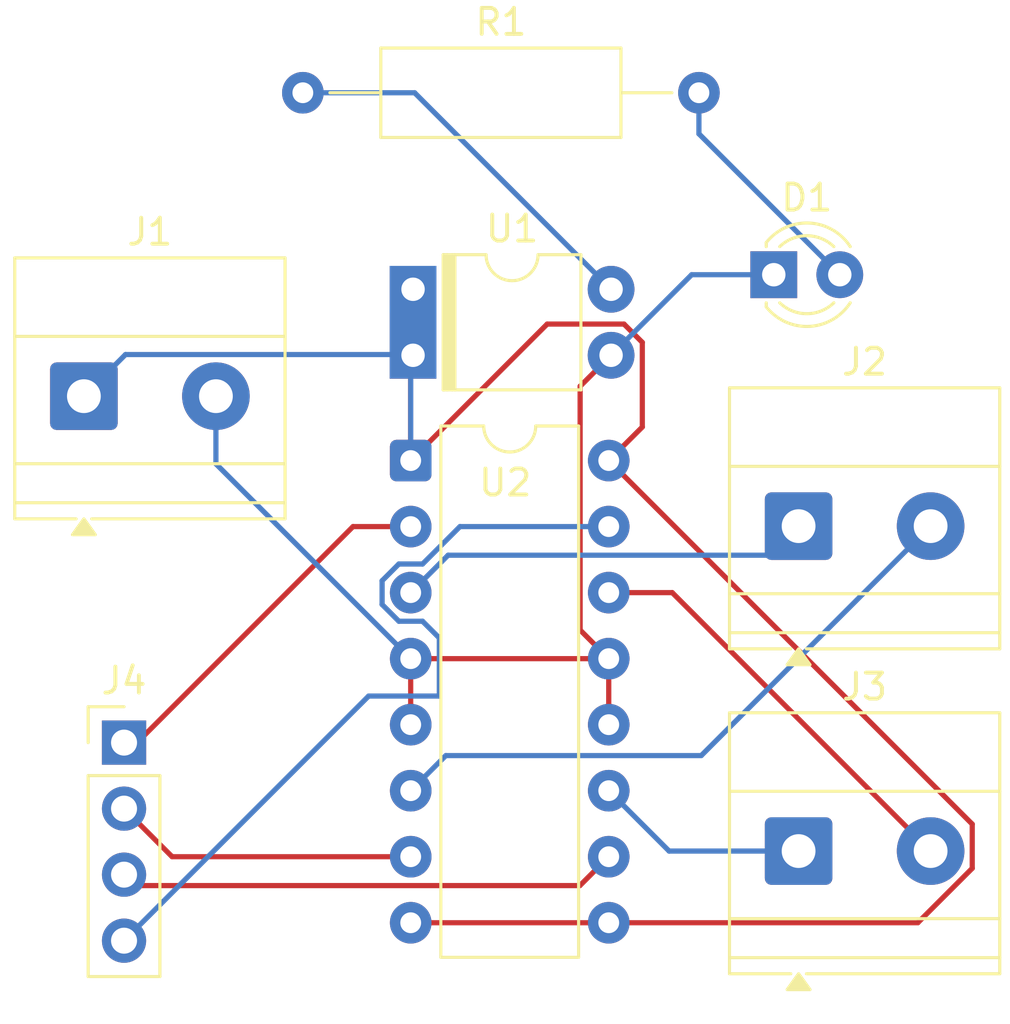
<source format=kicad_pcb>
(kicad_pcb (version 20241229) (generator "pcbnew") (generator_version "9.0")
  (layers (0 "F.Cu" signal) (2 "B.Cu" signal) (13 "F.Paste" user) (15 "B.Paste" user) (5 "F.SilkS" user "F.Silkscreen") (7 "B.SilkS" user "B.Silkscreen") (1 "F.Mask" user) (3 "B.Mask" user) (25 "Edge.Cuts" user))
  (net 0 "")
  (net 1 "GND")
  (net 2 "Net-(D1-A)")
  (net 3 "Net-(J1-Pin_1)")
  (net 4 "Net-(J2-Pin_2)")
  (net 5 "Net-(J2-Pin_1)")
  (net 6 "Net-(J3-Pin_2)")
  (net 7 "Net-(J3-Pin_1)")
  (net 8 "Net-(J4-Pin_2)")
  (net 9 "Net-(J4-Pin_3)")
  (net 10 "Net-(J4-Pin_4)")
  (net 11 "Net-(J4-Pin_1)")
  (net 12 "Net-(U1-OUT)")
  (footprint "TerminalBlock_Phoenix:TerminalBlock_Phoenix_MKDS-1,5-2-5.08_1x02_P5.08mm_Horizontal" (layer "F.Cu") (at 116.955 112.6725)
    (property "Reference" "J3" (at 2.54 -6.32 0) (layer "F.SilkS"))
    (property "Value" "motor B")
    (fp_line (start -2.66 -5.32) (end -2.66 4.72) (stroke (width 0.12)) (layer "F.SilkS"))
    (fp_line (start -2.66 -5.32) (end 7.74 -5.32) (stroke (width 0.12)) (layer "F.SilkS"))
    (fp_line (start -2.66 -2.3) (end 7.74 -2.3) (stroke (width 0.12)) (layer "F.SilkS"))
    (fp_line (start -2.66 2.6) (end 7.74 2.6) (stroke (width 0.12)) (layer "F.SilkS"))
    (fp_line (start -2.66 4.1) (end 7.74 4.1) (stroke (width 0.12)) (layer "F.SilkS"))
    (fp_line (start -2.66 4.72) (end -0.3 4.72) (stroke (width 0.12)) (layer "F.SilkS"))
    (fp_line (start 0.3 4.72) (end 7.74 4.72) (stroke (width 0.12)) (layer "F.SilkS"))
    (fp_line (start 7.74 -5.32) (end 7.74 4.72) (stroke (width 0.12)) (layer "F.SilkS"))
    (fp_poly (pts (xy 0 4.72) (xy 0.44 5.33) (xy -0.44 5.33)) (stroke (width 0.12)) (fill yes) (layer "F.SilkS"))
    (pad "1" thru_hole roundrect (at 0 0) (size 2.6 2.6) (drill 1.3) (layers "*.Cu" "*.Mask") (roundrect_rratio 0.096154) (net 7 "Net-(J3-Pin_1)"))
    (pad "2" thru_hole circle (at 5.08 0) (size 2.6 2.6) (drill 1.3) (layers "*.Cu" "*.Mask") (net 6 "Net-(J3-Pin_2)"))
  )
  (footprint "TerminalBlock_Phoenix:TerminalBlock_Phoenix_MKDS-1,5-2-5.08_1x02_P5.08mm_Horizontal" (layer "F.Cu") (at 89.455 95.1725)
    (property "Reference" "J1" (at 2.54 -6.32 0) (layer "F.SilkS"))
    (property "Value" "power terminal")
    (fp_line (start -2.66 -5.32) (end -2.66 4.72) (stroke (width 0.12)) (layer "F.SilkS"))
    (fp_line (start -2.66 -5.32) (end 7.74 -5.32) (stroke (width 0.12)) (layer "F.SilkS"))
    (fp_line (start -2.66 -2.3) (end 7.74 -2.3) (stroke (width 0.12)) (layer "F.SilkS"))
    (fp_line (start -2.66 2.6) (end 7.74 2.6) (stroke (width 0.12)) (layer "F.SilkS"))
    (fp_line (start -2.66 4.1) (end 7.74 4.1) (stroke (width 0.12)) (layer "F.SilkS"))
    (fp_line (start -2.66 4.72) (end -0.3 4.72) (stroke (width 0.12)) (layer "F.SilkS"))
    (fp_line (start 0.3 4.72) (end 7.74 4.72) (stroke (width 0.12)) (layer "F.SilkS"))
    (fp_line (start 7.74 -5.32) (end 7.74 4.72) (stroke (width 0.12)) (layer "F.SilkS"))
    (fp_poly (pts (xy 0 4.72) (xy 0.44 5.33) (xy -0.44 5.33)) (stroke (width 0.12)) (fill yes) (layer "F.SilkS"))
    (pad "1" thru_hole roundrect (at 0 0) (size 2.6 2.6) (drill 1.3) (layers "*.Cu" "*.Mask") (roundrect_rratio 0.096154) (net 3 "Net-(J1-Pin_1)"))
    (pad "2" thru_hole circle (at 5.08 0) (size 2.6 2.6) (drill 1.3) (layers "*.Cu" "*.Mask") (net 1 "GND"))
  )
  (footprint "Package_DIP:Vishay_HVM-DIP-3_W7.62mm" (layer "F.Cu") (at 102.12 91.06)
    (property "Reference" "U1" (at 3.81 -2.33 0) (layer "F.SilkS"))
    (property "Value" "L7805")
    (fp_line (start 1.16 -1.33) (end 1.16 3.87) (stroke (width 0.12)) (layer "F.SilkS"))
    (fp_line (start 1.16 3.87) (end 6.46 3.87) (stroke (width 0.12)) (layer "F.SilkS"))
    (fp_line (start 1.21 3.87) (end 1.21 -1.33) (stroke (width 0.12)) (layer "F.SilkS"))
    (fp_line (start 1.31 -1.33) (end 1.31 3.87) (stroke (width 0.12)) (layer "F.SilkS"))
    (fp_line (start 1.4 -1.3) (end 1.4 3.8) (stroke (width 0.12)) (layer "F.SilkS"))
    (fp_line (start 1.51 -1.33) (end 1.51 3.87) (stroke (width 0.12)) (layer "F.SilkS"))
    (fp_line (start 1.61 3.87) (end 1.61 -1.33) (stroke (width 0.12)) (layer "F.SilkS"))
    (fp_line (start 2.81 -1.33) (end 1.16 -1.33) (stroke (width 0.12)) (layer "F.SilkS"))
    (fp_line (start 6.46 -1.33) (end 4.81 -1.33) (stroke (width 0.12)) (layer "F.SilkS"))
    (fp_line (start 6.46 3.87) (end 6.46 -1.33) (stroke (width 0.12)) (layer "F.SilkS"))
    (fp_arc (start 4.81 -1.33) (mid 3.81 -0.33) (end 2.81 -1.33) (stroke (width 0.12)) (layer "F.SilkS"))
    (pad "1" thru_hole rect (at 0 0) (size 1.8 1.8) (drill 0.9) (layers "*.Cu" "*.Mask") (net 3 "Net-(J1-Pin_1)"))
    (pad "1" thru_hole rect (at 0 2.54) (size 1.8 2.8) (drill 0.9 (offset 0 -0.5)) (layers "*.Cu" "*.Mask") (net 3 "Net-(J1-Pin_1)"))
    (pad "2" thru_hole oval (at 7.62 2.54) (size 1.8 1.8) (drill 0.9) (layers "*.Cu" "*.Mask") (net 1 "GND"))
    (pad "3" thru_hole oval (at 7.62 0) (size 1.8 1.8) (drill 0.9) (layers "*.Cu" "*.Mask") (net 12 "Net-(U1-OUT)"))
  )
  (footprint "LED_THT:LED_D3.0mm" (layer "F.Cu") (at 116 90.5)
    (property "Reference" "D1" (at 1.27 -2.96 0) (layer "F.SilkS"))
    (property "Value" "LED")
    (fp_line (start -0.29 -1.236) (end -0.29 -1.08) (stroke (width 0.12)) (layer "F.SilkS"))
    (fp_line (start -0.29 1.08) (end -0.29 1.236) (stroke (width 0.12)) (layer "F.SilkS"))
    (fp_arc (start -0.29 -1.235516) (mid 1.365624 -1.987701) (end 2.941397 -1.080061) (stroke (width 0.12)) (layer "F.SilkS"))
    (fp_arc (start 0.229039 -1.08) (mid 1.269964 -1.5) (end 2.31091 -1.080049) (stroke (width 0.12)) (layer "F.SilkS"))
    (fp_arc (start 2.31091 1.080049) (mid 1.269964 1.5) (end 0.229039 1.08) (stroke (width 0.12)) (layer "F.SilkS"))
    (fp_arc (start 2.941397 1.080061) (mid 1.365624 1.987701) (end -0.29 1.235516) (stroke (width 0.12)) (layer "F.SilkS"))
    (pad "1" thru_hole rect (at 0 0) (size 1.8 1.8) (drill 0.9) (layers "*.Cu" "*.Mask") (net 1 "GND"))
    (pad "2" thru_hole circle (at 2.54 0) (size 1.8 1.8) (drill 0.9) (layers "*.Cu" "*.Mask") (net 2 "Net-(D1-A)"))
  )
  (footprint "TerminalBlock_Phoenix:TerminalBlock_Phoenix_MKDS-1,5-2-5.08_1x02_P5.08mm_Horizontal" (layer "F.Cu") (at 116.955 100.1725)
    (property "Reference" "J2" (at 2.54 -6.32 0) (layer "F.SilkS"))
    (property "Value" "motor A")
    (fp_line (start -2.66 -5.32) (end -2.66 4.72) (stroke (width 0.12)) (layer "F.SilkS"))
    (fp_line (start -2.66 -5.32) (end 7.74 -5.32) (stroke (width 0.12)) (layer "F.SilkS"))
    (fp_line (start -2.66 -2.3) (end 7.74 -2.3) (stroke (width 0.12)) (layer "F.SilkS"))
    (fp_line (start -2.66 2.6) (end 7.74 2.6) (stroke (width 0.12)) (layer "F.SilkS"))
    (fp_line (start -2.66 4.1) (end 7.74 4.1) (stroke (width 0.12)) (layer "F.SilkS"))
    (fp_line (start -2.66 4.72) (end -0.3 4.72) (stroke (width 0.12)) (layer "F.SilkS"))
    (fp_line (start 0.3 4.72) (end 7.74 4.72) (stroke (width 0.12)) (layer "F.SilkS"))
    (fp_line (start 7.74 -5.32) (end 7.74 4.72) (stroke (width 0.12)) (layer "F.SilkS"))
    (fp_poly (pts (xy 0 4.72) (xy 0.44 5.33) (xy -0.44 5.33)) (stroke (width 0.12)) (fill yes) (layer "F.SilkS"))
    (pad "1" thru_hole roundrect (at 0 0) (size 2.6 2.6) (drill 1.3) (layers "*.Cu" "*.Mask") (roundrect_rratio 0.096154) (net 5 "Net-(J2-Pin_1)"))
    (pad "2" thru_hole circle (at 5.08 0) (size 2.6 2.6) (drill 1.3) (layers "*.Cu" "*.Mask") (net 4 "Net-(J2-Pin_2)"))
  )
  (footprint "Connector_PinHeader_2.54mm:PinHeader_1x04_P2.54mm_Vertical" (layer "F.Cu") (at 91 108.5)
    (property "Reference" "J4" (at 0 -2.38 0) (layer "F.SilkS"))
    (property "Value" "control pins")
    (fp_line (start -1.38 -1.38) (end 0 -1.38) (stroke (width 0.12)) (layer "F.SilkS"))
    (fp_line (start -1.38 0) (end -1.38 -1.38) (stroke (width 0.12)) (layer "F.SilkS"))
    (fp_line (start -1.38 1.27) (end -1.38 9) (stroke (width 0.12)) (layer "F.SilkS"))
    (fp_line (start -1.38 1.27) (end 1.38 1.27) (stroke (width 0.12)) (layer "F.SilkS"))
    (fp_line (start -1.38 9) (end 1.38 9) (stroke (width 0.12)) (layer "F.SilkS"))
    (fp_line (start 1.38 1.27) (end 1.38 9) (stroke (width 0.12)) (layer "F.SilkS"))
    (pad "1" thru_hole rect (at 0 0) (size 1.7 1.7) (drill 1) (layers "*.Cu" "*.Mask") (net 11 "Net-(J4-Pin_1)"))
    (pad "2" thru_hole circle (at 0 2.54) (size 1.7 1.7) (drill 1) (layers "*.Cu" "*.Mask") (net 8 "Net-(J4-Pin_2)"))
    (pad "3" thru_hole circle (at 0 5.08) (size 1.7 1.7) (drill 1) (layers "*.Cu" "*.Mask") (net 9 "Net-(J4-Pin_3)"))
    (pad "4" thru_hole circle (at 0 7.62) (size 1.7 1.7) (drill 1) (layers "*.Cu" "*.Mask") (net 10 "Net-(J4-Pin_4)"))
  )
  (footprint "Resistor_THT:R_Axial_DIN0309_L9.0mm_D3.2mm_P15.24mm_Horizontal" (layer "F.Cu") (at 97.88 83.5)
    (property "Reference" "R1" (at 7.62 -2.72 0) (layer "F.SilkS"))
    (property "Value" "1K")
    (fp_line (start 1.04 0) (end 3 0) (stroke (width 0.12)) (layer "F.SilkS"))
    (fp_line (start 3 -1.72) (end 3 1.72) (stroke (width 0.12)) (layer "F.SilkS"))
    (fp_line (start 3 1.72) (end 12.24 1.72) (stroke (width 0.12)) (layer "F.SilkS"))
    (fp_line (start 12.24 -1.72) (end 3 -1.72) (stroke (width 0.12)) (layer "F.SilkS"))
    (fp_line (start 12.24 1.72) (end 12.24 -1.72) (stroke (width 0.12)) (layer "F.SilkS"))
    (fp_line (start 14.2 0) (end 12.24 0) (stroke (width 0.12)) (layer "F.SilkS"))
    (pad "1" thru_hole circle (at 0 0) (size 1.6 1.6) (drill 0.8) (layers "*.Cu" "*.Mask") (net 12 "Net-(U1-OUT)"))
    (pad "2" thru_hole oval (at 15.24 0) (size 1.6 1.6) (drill 0.8) (layers "*.Cu" "*.Mask") (net 2 "Net-(D1-A)"))
  )
  (footprint "Package_DIP:DIP-16_W7.62mm" (layer "F.Cu") (at 102.03 97.65)
    (property "Reference" "U2" (at 3.638571 0.85 0) (layer "F.SilkS"))
    (property "Value" "L293D")
    (fp_line (start 1.16 -1.33) (end 1.16 19.11) (stroke (width 0.12)) (layer "F.SilkS"))
    (fp_line (start 1.16 19.11) (end 6.46 19.11) (stroke (width 0.12)) (layer "F.SilkS"))
    (fp_line (start 2.81 -1.33) (end 1.16 -1.33) (stroke (width 0.12)) (layer "F.SilkS"))
    (fp_line (start 6.46 -1.33) (end 4.81 -1.33) (stroke (width 0.12)) (layer "F.SilkS"))
    (fp_line (start 6.46 19.11) (end 6.46 -1.33) (stroke (width 0.12)) (layer "F.SilkS"))
    (fp_arc (start 4.81 -1.33) (mid 3.81 -0.33) (end 2.81 -1.33) (stroke (width 0.12)) (layer "F.SilkS"))
    (pad "1" thru_hole roundrect (at 0 0) (size 1.6 1.6) (drill 0.8) (layers "*.Cu" "*.Mask") (roundrect_rratio 0.15625) (net 3 "Net-(J1-Pin_1)"))
    (pad "2" thru_hole circle (at 0 2.54) (size 1.6 1.6) (drill 0.8) (layers "*.Cu" "*.Mask") (net 11 "Net-(J4-Pin_1)"))
    (pad "3" thru_hole circle (at 0 5.08) (size 1.6 1.6) (drill 0.8) (layers "*.Cu" "*.Mask") (net 5 "Net-(J2-Pin_1)"))
    (pad "4" thru_hole circle (at 0 7.62) (size 1.6 1.6) (drill 0.8) (layers "*.Cu" "*.Mask") (net 1 "GND"))
    (pad "5" thru_hole circle (at 0 10.16) (size 1.6 1.6) (drill 0.8) (layers "*.Cu" "*.Mask") (net 1 "GND"))
    (pad "6" thru_hole circle (at 0 12.7) (size 1.6 1.6) (drill 0.8) (layers "*.Cu" "*.Mask") (net 4 "Net-(J2-Pin_2)"))
    (pad "7" thru_hole circle (at 0 15.24) (size 1.6 1.6) (drill 0.8) (layers "*.Cu" "*.Mask") (net 8 "Net-(J4-Pin_2)"))
    (pad "8" thru_hole circle (at 0 17.78) (size 1.6 1.6) (drill 0.8) (layers "*.Cu" "*.Mask") (net 3 "Net-(J1-Pin_1)"))
    (pad "9" thru_hole circle (at 7.62 17.78) (size 1.6 1.6) (drill 0.8) (layers "*.Cu" "*.Mask") (net 3 "Net-(J1-Pin_1)"))
    (pad "10" thru_hole circle (at 7.62 15.24) (size 1.6 1.6) (drill 0.8) (layers "*.Cu" "*.Mask") (net 9 "Net-(J4-Pin_3)"))
    (pad "11" thru_hole circle (at 7.62 12.7) (size 1.6 1.6) (drill 0.8) (layers "*.Cu" "*.Mask") (net 7 "Net-(J3-Pin_1)"))
    (pad "12" thru_hole circle (at 7.62 10.16) (size 1.6 1.6) (drill 0.8) (layers "*.Cu" "*.Mask") (net 1 "GND"))
    (pad "13" thru_hole circle (at 7.62 7.62) (size 1.6 1.6) (drill 0.8) (layers "*.Cu" "*.Mask") (net 1 "GND"))
    (pad "14" thru_hole circle (at 7.62 5.08) (size 1.6 1.6) (drill 0.8) (layers "*.Cu" "*.Mask") (net 6 "Net-(J3-Pin_2)"))
    (pad "15" thru_hole circle (at 7.62 2.54) (size 1.6 1.6) (drill 0.8) (layers "*.Cu" "*.Mask") (net 10 "Net-(J4-Pin_4)"))
    (pad "16" thru_hole circle (at 7.62 0) (size 1.6 1.6) (drill 0.8) (layers "*.Cu" "*.Mask") (net 3 "Net-(J1-Pin_1)"))
  )
  (segment (start 108.549 94.791) (end 108.549 104.169) (width 0.2) (layer "F.Cu") (net 1))
  (segment (start 109.65 105.27) (end 109.65 107.81) (width 0.2) (layer "F.Cu") (net 1))
  (segment (start 102.03 105.27) (end 109.65 105.27) (width 0.2) (layer "F.Cu") (net 1))
  (segment (start 108.549 104.169) (end 109.65 105.27) (width 0.2) (layer "F.Cu") (net 1))
  (segment (start 109.74 93.6) (end 108.549 94.791) (width 0.2) (layer "F.Cu") (net 1))
  (segment (start 102.03 105.27) (end 102.03 107.81) (width 0.2) (layer "F.Cu") (net 1))
  (segment (start 109.74 93.6) (end 112.84 90.5) (width 0.2) (layer "B.Cu") (net 1))
  (segment (start 94.535 97.775) (end 102.03 105.27) (width 0.2) (layer "B.Cu") (net 1))
  (segment (start 94.535 95.1725) (end 94.535 97.775) (width 0.2) (layer "B.Cu") (net 1))
  (segment (start 112.84 90.5) (end 116 90.5) (width 0.2) (layer "B.Cu") (net 1))
  (segment (start 113.12 85.08) (end 118.54 90.5) (width 0.2) (layer "B.Cu") (net 2))
  (segment (start 113.12 83.5) (end 113.12 85.08) (width 0.2) (layer "B.Cu") (net 2))
  (segment (start 110.237471 92.399) (end 110.941 93.102529) (width 0.2) (layer "F.Cu") (net 3))
  (segment (start 123.636 111.636) (end 123.636 113.335656) (width 0.2) (layer "F.Cu") (net 3))
  (segment (start 110.941 93.102529) (end 110.941 96.359) (width 0.2) (layer "F.Cu") (net 3))
  (segment (start 123.636 113.335656) (end 121.541656 115.43) (width 0.2) (layer "F.Cu") (net 3))
  (segment (start 109.65 97.65) (end 123.636 111.636) (width 0.2) (layer "F.Cu") (net 3))
  (segment (start 107.281 92.399) (end 110.237471 92.399) (width 0.2) (layer "F.Cu") (net 3))
  (segment (start 110.941 96.359) (end 109.65 97.65) (width 0.2) (layer "F.Cu") (net 3))
  (segment (start 102.03 97.65) (end 107.281 92.399) (width 0.2) (layer "F.Cu") (net 3))
  (segment (start 121.541656 115.43) (end 109.65 115.43) (width 0.2) (layer "F.Cu") (net 3))
  (segment (start 102.03 97.65) (end 102.03 91.15) (width 0.2) (layer "F.Cu") (net 3))
  (segment (start 102.03 115.43) (end 109.65 115.43) (width 0.2) (layer "F.Cu") (net 3))
  (segment (start 102.03 91.15) (end 102.12 91.06) (width 0.2) (layer "F.Cu") (net 3))
  (segment (start 89.455 95.1725) (end 91.056 93.5715) (width 0.2) (layer "B.Cu") (net 3))
  (segment (start 102.03 93.69) (end 102.03 97.65) (width 0.2) (layer "B.Cu") (net 3))
  (segment (start 102.0915 93.5715) (end 102.12 93.6) (width 0.2) (layer "B.Cu") (net 3))
  (segment (start 91.056 93.5715) (end 102.0915 93.5715) (width 0.2) (layer "B.Cu") (net 3))
  (segment (start 102.12 93.6) (end 102.03 93.69) (width 0.2) (layer "B.Cu") (net 3))
  (segment (start 113.2075 109) (end 103.38 109) (width 0.2) (layer "B.Cu") (net 4))
  (segment (start 122.035 100.1725) (end 113.2075 109) (width 0.2) (layer "B.Cu") (net 4))
  (segment (start 103.38 109) (end 102.03 110.35) (width 0.2) (layer "B.Cu") (net 4))
  (segment (start 102.03 102.73) (end 103.469 101.291) (width 0.2) (layer "B.Cu") (net 5))
  (segment (start 115.8365 101.291) (end 116.955 100.1725) (width 0.2) (layer "B.Cu") (net 5))
  (segment (start 103.469 101.291) (end 115.8365 101.291) (width 0.2) (layer "B.Cu") (net 5))
  (segment (start 112.0925 102.73) (end 109.65 102.73) (width 0.2) (layer "F.Cu") (net 6))
  (segment (start 122.035 112.6725) (end 112.0925 102.73) (width 0.2) (layer "F.Cu") (net 6))
  (segment (start 111.9725 112.6725) (end 109.65 110.35) (width 0.2) (layer "B.Cu") (net 7))
  (segment (start 116.955 112.6725) (end 111.9725 112.6725) (width 0.2) (layer "B.Cu") (net 7))
  (segment (start 91 111.04) (end 92.85 112.89) (width 0.2) (layer "F.Cu") (net 8))
  (segment (start 92.85 112.89) (end 102.03 112.89) (width 0.2) (layer "F.Cu") (net 8))
  (segment (start 91 113.58) (end 91.42 114) (width 0.2) (layer "F.Cu") (net 9))
  (segment (start 91.42 114) (end 108.54 114) (width 0.2) (layer "F.Cu") (net 9))
  (segment (start 108.54 114) (end 109.65 112.89) (width 0.2) (layer "F.Cu") (net 9))
  (segment (start 91 116.12) (end 100.411 106.709) (width 0.2) (layer "B.Cu") (net 10))
  (segment (start 103.131 106.709) (end 103.131 104.47595) (width 0.2) (layer "B.Cu") (net 10))
  (segment (start 101.57395 103.831) (end 100.929 103.18605) (width 0.2) (layer "B.Cu") (net 10))
  (segment (start 103.131 104.47595) (end 102.48605 103.831) (width 0.2) (layer "B.Cu") (net 10))
  (segment (start 102.48605 103.831) (end 101.57395 103.831) (width 0.2) (layer "B.Cu") (net 10))
  (segment (start 102.48605 101.629) (end 103.92505 100.19) (width 0.2) (layer "B.Cu") (net 10))
  (segment (start 100.929 102.27395) (end 101.57395 101.629) (width 0.2) (layer "B.Cu") (net 10))
  (segment (start 100.929 103.18605) (end 100.929 102.27395) (width 0.2) (layer "B.Cu") (net 10))
  (segment (start 100.411 106.709) (end 103.131 106.709) (width 0.2) (layer "B.Cu") (net 10))
  (segment (start 101.57395 101.629) (end 102.48605 101.629) (width 0.2) (layer "B.Cu") (net 10))
  (segment (start 103.92505 100.19) (end 109.65 100.19) (width 0.2) (layer "B.Cu") (net 10))
  (segment (start 99.81 100.19) (end 102.03 100.19) (width 0.2) (layer "F.Cu") (net 11))
  (segment (start 91.5 108.5) (end 99.81 100.19) (width 0.2) (layer "F.Cu") (net 11))
  (segment (start 91 108.5) (end 91.5 108.5) (width 0.2) (layer "F.Cu") (net 11))
  (segment (start 102.18 83.5) (end 109.74 91.06) (width 0.2) (layer "B.Cu") (net 12))
  (segment (start 97.88 83.5) (end 102.18 83.5) (width 0.2) (layer "B.Cu") (net 12))
)
</source>
